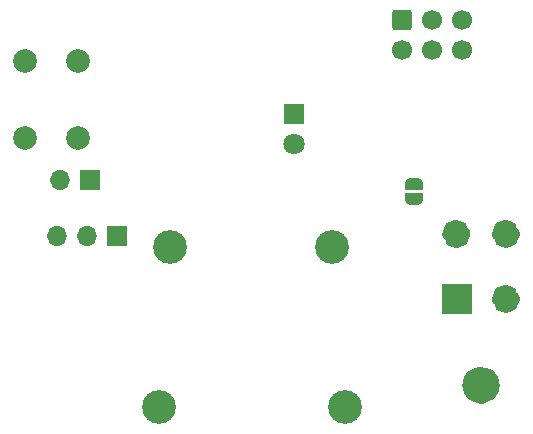
<source format=gbr>
%TF.GenerationSoftware,KiCad,Pcbnew,(7.0.0)*%
%TF.CreationDate,2025-02-23T22:01:52+09:00*%
%TF.ProjectId,EGTtoCANBus_Module,45475474-6f43-4414-9e42-75735f4d6f64,rev?*%
%TF.SameCoordinates,Original*%
%TF.FileFunction,Soldermask,Bot*%
%TF.FilePolarity,Negative*%
%FSLAX46Y46*%
G04 Gerber Fmt 4.6, Leading zero omitted, Abs format (unit mm)*
G04 Created by KiCad (PCBNEW (7.0.0)) date 2025-02-23 22:01:52*
%MOMM*%
%LPD*%
G01*
G04 APERTURE LIST*
G04 Aperture macros list*
%AMRoundRect*
0 Rectangle with rounded corners*
0 $1 Rounding radius*
0 $2 $3 $4 $5 $6 $7 $8 $9 X,Y pos of 4 corners*
0 Add a 4 corners polygon primitive as box body*
4,1,4,$2,$3,$4,$5,$6,$7,$8,$9,$2,$3,0*
0 Add four circle primitives for the rounded corners*
1,1,$1+$1,$2,$3*
1,1,$1+$1,$4,$5*
1,1,$1+$1,$6,$7*
1,1,$1+$1,$8,$9*
0 Add four rect primitives between the rounded corners*
20,1,$1+$1,$2,$3,$4,$5,0*
20,1,$1+$1,$4,$5,$6,$7,0*
20,1,$1+$1,$6,$7,$8,$9,0*
20,1,$1+$1,$8,$9,$2,$3,0*%
%AMFreePoly0*
4,1,19,0.500000,-0.750000,0.000000,-0.750000,0.000000,-0.744911,-0.071157,-0.744911,-0.207708,-0.704816,-0.327430,-0.627875,-0.420627,-0.520320,-0.479746,-0.390866,-0.500000,-0.250000,-0.500000,0.250000,-0.479746,0.390866,-0.420627,0.520320,-0.327430,0.627875,-0.207708,0.704816,-0.071157,0.744911,0.000000,0.744911,0.000000,0.750000,0.500000,0.750000,0.500000,-0.750000,0.500000,-0.750000,
$1*%
%AMFreePoly1*
4,1,19,0.000000,0.744911,0.071157,0.744911,0.207708,0.704816,0.327430,0.627875,0.420627,0.520320,0.479746,0.390866,0.500000,0.250000,0.500000,-0.250000,0.479746,-0.390866,0.420627,-0.520320,0.327430,-0.627875,0.207708,-0.704816,0.071157,-0.744911,0.000000,-0.744911,0.000000,-0.750000,-0.500000,-0.750000,-0.500000,0.750000,0.000000,0.750000,0.000000,0.744911,0.000000,0.744911,
$1*%
G04 Aperture macros list end*
%ADD10C,1.226200*%
%ADD11C,1.576200*%
%ADD12C,0.010000*%
%ADD13R,1.700000X1.700000*%
%ADD14O,1.700000X1.700000*%
%ADD15FreePoly0,270.000000*%
%ADD16FreePoly1,270.000000*%
%ADD17C,3.000000*%
%ADD18R,1.800000X1.800000*%
%ADD19C,1.800000*%
%ADD20C,2.859000*%
%ADD21C,2.000000*%
%ADD22RoundRect,0.250000X-0.600000X0.600000X-0.600000X-0.600000X0.600000X-0.600000X0.600000X0.600000X0*%
%ADD23C,1.700000*%
G04 APERTURE END LIST*
D10*
%TO.C,J2*%
X186113100Y-79870000D02*
G75*
G03*
X186113100Y-79870000I-613100J0D01*
G01*
X186113100Y-74370000D02*
G75*
G03*
X186113100Y-74370000I-613100J0D01*
G01*
D11*
X184188100Y-87170000D02*
G75*
G03*
X184188100Y-87170000I-788100J0D01*
G01*
D10*
X181913100Y-74370000D02*
G75*
G03*
X181913100Y-74370000I-613100J0D01*
G01*
G36*
X182526200Y-81096200D02*
G01*
X180073800Y-81096200D01*
X180073800Y-78643800D01*
X182526200Y-78643800D01*
X182526200Y-81096200D01*
G37*
D12*
X182526200Y-81096200D02*
X180073800Y-81096200D01*
X180073800Y-78643800D01*
X182526200Y-78643800D01*
X182526200Y-81096200D01*
%TD*%
D13*
%TO.C,JP3*%
X150289999Y-69774999D03*
D14*
X147749999Y-69774999D03*
%TD*%
D13*
%TO.C,JP2*%
X152579999Y-74499999D03*
D14*
X150039999Y-74499999D03*
X147499999Y-74499999D03*
%TD*%
D15*
%TO.C,JP1*%
X177750000Y-70100000D03*
D16*
X177750000Y-71400000D03*
%TD*%
D17*
%TO.C,J2*%
X183400000Y-87170000D03*
%TD*%
D18*
%TO.C,D1*%
X167599999Y-64199999D03*
D19*
X167600000Y-66740000D03*
%TD*%
D20*
%TO.C,J3*%
X170750000Y-75500000D03*
X157050000Y-75500000D03*
X156150000Y-89000000D03*
X171850000Y-89000000D03*
%TD*%
D21*
%TO.C,RESET*%
X144750000Y-59750000D03*
X144750000Y-66250000D03*
X149250000Y-59750000D03*
X149250000Y-66250000D03*
%TD*%
D22*
%TO.C,J1*%
X176750000Y-56250000D03*
D23*
X176750000Y-58790000D03*
X179290000Y-56250000D03*
X179290000Y-58790000D03*
X181830000Y-56250000D03*
X181830000Y-58790000D03*
%TD*%
M02*

</source>
